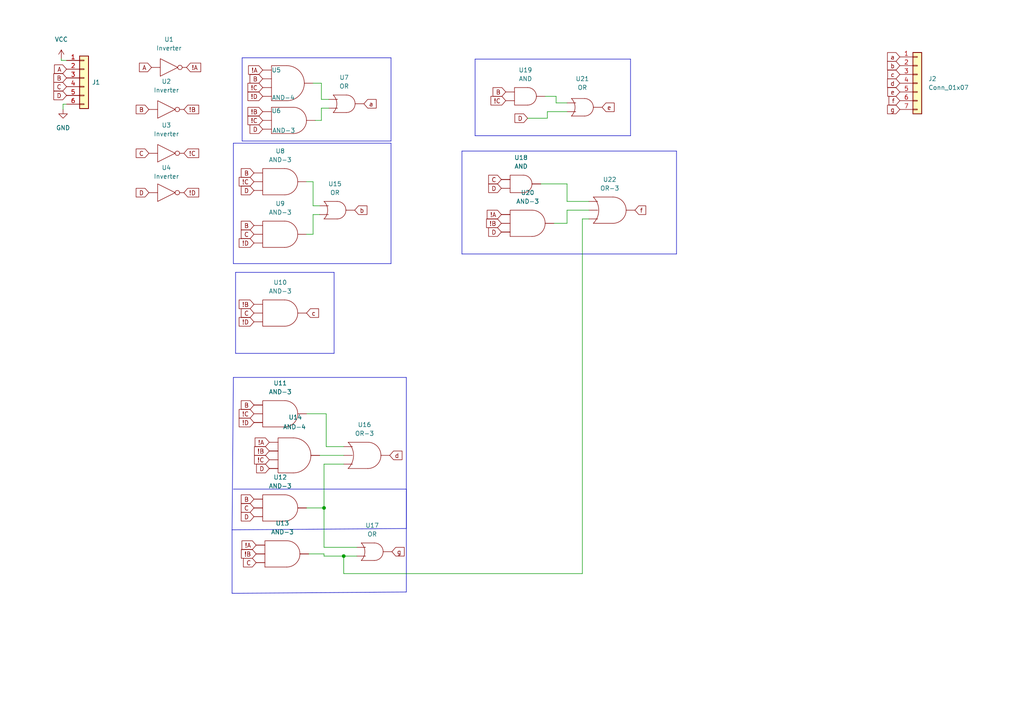
<source format=kicad_sch>
(kicad_sch (version 20230121) (generator eeschema)
  (paper "A4")
  (lib_symbols
    (symbol "AOI_Symbols:AND"
      (property "Reference" "U" (at 0 3.81 0))
      (property "Value" "AND" (at 0 -3.81 0))
      (symbol "AND_0_1"
        (polyline (pts (xy 1.27 -2.54) (xy -2.54 -2.54) (xy -2.54 2.54) (xy 1.27 2.54)))
        (arc (start 1.27 -2.54) (mid 3.0661 -1.7961) (end 3.81 0))
        (arc (start 3.81 0) (mid 3.0661 1.7961) (end 1.27 2.54))
      )
      (symbol "AND_1_1"
        (pin input line (at -5.08 -1.27 0) (length 2.54) (name "") (number ""))
        (pin input line (at -5.08 1.27 0) (length 2.54) (name "") (number ""))
        (pin output line (at 6.35 0 180) (length 2.54) (name "") (number ""))
      )
    )
    (symbol "AOI_Symbols:AND-3"
      (property "Reference" "U" (at 0 7.62 0))
      (property "Value" "AND-3" (at 0 -6.35 0))
      (symbol "AND-3_0_1"
        (polyline (pts (xy 1.905 -3.81) (xy -4.445 -3.81)))
        (polyline (pts (xy -4.445 -3.81) (xy -4.445 3.81) (xy 1.905 3.81)))
        (arc (start 1.905 -3.81) (mid 4.599 -2.6941) (end 5.715 0))
        (arc (start 5.715 0) (mid 4.5991 2.694) (end 1.905 3.81))
      )
      (symbol "AND-3_1_1"
        (pin input line (at -6.985 -2.54 0) (length 2.54) (name "") (number ""))
        (pin input line (at -6.985 0 0) (length 2.54) (name "") (number ""))
        (pin input line (at -6.985 2.54 0) (length 2.54) (name "") (number ""))
        (pin output line (at 8.255 0 180) (length 2.54) (name "") (number ""))
      )
    )
    (symbol "AOI_Symbols:AND-4"
      (property "Reference" "U" (at 0 -6.35 0))
      (property "Value" "AND-4" (at 1.27 6.35 0))
      (symbol "AND-4_0_1"
        (polyline (pts (xy 1.905 -5.08) (xy -2.54 -5.08) (xy -2.54 5.08) (xy 1.905 5.08)))
        (arc (start 1.905 -5.08) (mid 5.4968 -3.5918) (end 6.985 0))
        (arc (start 6.985 0) (mid 5.4967 3.5917) (end 1.905 5.08))
      )
      (symbol "AND-4_1_1"
        (pin input line (at -5.08 -3.81 0) (length 2.54) (name "") (number ""))
        (pin input line (at -5.08 -1.27 0) (length 2.54) (name "") (number ""))
        (pin input line (at -5.08 1.27 0) (length 2.54) (name "") (number ""))
        (pin input line (at -5.08 3.81 0) (length 2.54) (name "") (number ""))
        (pin output line (at 9.525 0 180) (length 2.54) (name "") (number ""))
      )
    )
    (symbol "AOI_Symbols:Inverter"
      (property "Reference" "U" (at 0 3.81 0))
      (property "Value" "Inverter" (at 0 -3.81 0))
      (symbol "Inverter_0_1"
        (polyline (pts (xy -2.54 -2.54) (xy -2.54 2.54) (xy 2.54 0) (xy -2.54 -2.54)))
      )
      (symbol "Inverter_1_1"
        (pin input line (at -5.08 0 0) (length 2.54) (name "") (number ""))
        (pin output inverted (at 5.08 0 180) (length 2.54) (name "") (number ""))
      )
    )
    (symbol "AOI_Symbols:OR"
      (property "Reference" "U" (at 0 3.81 0))
      (property "Value" "OR" (at 0 -3.81 0))
      (symbol "OR_0_1"
        (arc (start -2.54 -2.54) (mid -1.4879 0) (end -2.54 2.54))
        (polyline (pts (xy -2.54 -2.54) (xy 1.27 -2.54)))
        (polyline (pts (xy 1.27 2.54) (xy -2.54 2.54)))
        (arc (start 1.27 -2.54) (mid 3.0661 -1.7961) (end 3.81 0))
        (arc (start 3.81 0) (mid 3.0661 1.7961) (end 1.27 2.54))
      )
      (symbol "OR_1_1"
        (pin input line (at -3.81 -1.27 0) (length 2.54) (name "") (number ""))
        (pin input line (at -3.81 1.27 0) (length 2.54) (name "") (number ""))
        (pin output line (at 6.35 0 180) (length 2.54) (name "") (number ""))
      )
    )
    (symbol "AOI_Symbols:OR-3"
      (property "Reference" "U" (at 0 -5.08 0))
      (property "Value" "OR-3" (at 0 5.715 0))
      (symbol "OR-3_0_1"
        (arc (start -3.175 -3.81) (mid -1.5995 0) (end -3.175 3.81))
        (polyline (pts (xy 2.54 -3.81) (xy -3.175 -3.81)))
        (polyline (pts (xy 2.54 3.81) (xy -3.175 3.81)))
        (arc (start 2.54 -3.81) (mid 5.2325 -2.6925) (end 6.35 0))
        (arc (start 6.35 0) (mid 5.2324 2.6924) (end 2.54 3.81))
      )
      (symbol "OR-3_1_1"
        (pin input line (at -4.445 -2.54 0) (length 2.54) (name "") (number ""))
        (pin input line (at -4.445 0 0) (length 2.54) (name "") (number ""))
        (pin input line (at -4.445 2.54 0) (length 2.54) (name "") (number ""))
        (pin output line (at 8.89 0 180) (length 2.54) (name "") (number ""))
      )
    )
    (symbol "Connector_Generic:Conn_01x06" (pin_names (offset 1.016) hide)
      (property "Reference" "J" (at 0 7.62 0))
      (property "Value" "Conn_01x06" (at 0 -10.16 0))
      (symbol "Conn_01x06_1_1"
        (rectangle (start -1.27 -7.493) (end 0 -7.747) (stroke (width 0.1524)))
        (rectangle (start -1.27 -4.953) (end 0 -5.207) (stroke (width 0.1524)))
        (rectangle (start -1.27 -2.413) (end 0 -2.667) (stroke (width 0.1524)))
        (rectangle (start -1.27 0.127) (end 0 -0.127) (stroke (width 0.1524)))
        (rectangle (start -1.27 2.667) (end 0 2.413) (stroke (width 0.1524)))
        (rectangle (start -1.27 5.207) (end 0 4.953) (stroke (width 0.1524)))
        (rectangle (start -1.27 6.35) (end 1.27 -8.89) (stroke (width 0.254)) (fill (type background)))
        (pin passive line (at -5.08 5.08 0) (length 3.81) (name "Pin_1") (number "1"))
        (pin passive line (at -5.08 2.54 0) (length 3.81) (name "Pin_2") (number "2"))
        (pin passive line (at -5.08 0 0) (length 3.81) (name "Pin_3") (number "3"))
        (pin passive line (at -5.08 -2.54 0) (length 3.81) (name "Pin_4") (number "4"))
        (pin passive line (at -5.08 -5.08 0) (length 3.81) (name "Pin_5") (number "5"))
        (pin passive line (at -5.08 -7.62 0) (length 3.81) (name "Pin_6") (number "6"))
      )
    )
    (symbol "Connector_Generic:Conn_01x07" (pin_names (offset 1.016) hide)
      (property "Reference" "J" (at 0 10.16 0))
      (property "Value" "Conn_01x07" (at 0 -10.16 0))
      (symbol "Conn_01x07_1_1"
        (rectangle (start -1.27 -7.493) (end 0 -7.747) (stroke (width 0.1524)))
        (rectangle (start -1.27 -4.953) (end 0 -5.207) (stroke (width 0.1524)))
        (rectangle (start -1.27 -2.413) (end 0 -2.667) (stroke (width 0.1524)))
        (rectangle (start -1.27 0.127) (end 0 -0.127) (stroke (width 0.1524)))
        (rectangle (start -1.27 2.667) (end 0 2.413) (stroke (width 0.1524)))
        (rectangle (start -1.27 5.207) (end 0 4.953) (stroke (width 0.1524)))
        (rectangle (start -1.27 7.747) (end 0 7.493) (stroke (width 0.1524)))
        (rectangle (start -1.27 8.89) (end 1.27 -8.89) (stroke (width 0.254)) (fill (type background)))
        (pin passive line (at -5.08 7.62 0) (length 3.81) (name "Pin_1") (number "1"))
        (pin passive line (at -5.08 5.08 0) (length 3.81) (name "Pin_2") (number "2"))
        (pin passive line (at -5.08 2.54 0) (length 3.81) (name "Pin_3") (number "3"))
        (pin passive line (at -5.08 0 0) (length 3.81) (name "Pin_4") (number "4"))
        (pin passive line (at -5.08 -2.54 0) (length 3.81) (name "Pin_5") (number "5"))
        (pin passive line (at -5.08 -5.08 0) (length 3.81) (name "Pin_6") (number "6"))
        (pin passive line (at -5.08 -7.62 0) (length 3.81) (name "Pin_7") (number "7"))
      )
    )
    (symbol "power:GND" (power) (pin_names (offset 0))
      (property "Value" "GND" (at 0 -3.81 0))
      (symbol "GND_0_1"
        (polyline (pts (xy 0 0) (xy 0 -1.27) (xy 1.27 -1.27) (xy 0 -2.54) (xy -1.27 -1.27) (xy 0 -1.27)))
      )
      (symbol "GND_1_1"
        (pin power_in line (at 0 0 270) (length 0) hide (name "GND") (number "1"))
      )
    )
    (symbol "power:VCC" (power) (pin_names (offset 0))
      (property "Value" "VCC" (at 0 3.81 0))
      (symbol "VCC_0_1"
        (polyline (pts (xy -0.762 1.27) (xy 0 2.54)))
        (polyline (pts (xy 0 0) (xy 0 2.54)))
        (polyline (pts (xy 0 2.54) (xy 0.762 1.27)))
      )
      (symbol "VCC_1_1"
        (pin power_in line (at 0 0 90) (length 0) hide (name "VCC") (number "1"))
      )
    )
  )
  (junction (at 99.695 161.29))
  (junction (at -46.99 -15.24))
  (junction (at 166.37 -18.415))
  (junction (at 93.98 147.32))
  (polyline (pts (xy 96.901 102.489) (xy 68.326 102.489)))
  (wire (pts (xy -117.983 -102.616) (xy -120.142 -102.616)))
  (polyline (pts (xy 68.326 78.994) (xy 96.901 78.994)))
  (polyline (pts (xy 96.901 78.994) (xy 96.901 102.489)))
  (wire (pts (xy -46.99 -29.21) (xy -46.99 -17.78)))
  (wire (pts (xy 92.71 59.69) (xy 90.805 59.69)))
  (wire (pts (xy -46.99 -15.24) (xy -51.435 -15.24)))
  (wire (pts (xy 166.37 -42.545) (xy 166.37 -18.415)))
  (polyline (pts (xy 67.691 76.454) (xy 67.691 41.529)))
  (polyline (pts (xy 70.231 40.894) (xy 113.411 40.894)))
  (polyline (pts (xy 67.691 109.474) (xy 67.31 153.67)))
  (wire (pts (xy 168.91 166.37) (xy 99.695 166.37)))
  (wire (pts (xy 158.75 32.385) (xy 158.75 34.29)))
  (wire (pts (xy 156.845 -5.08) (xy 166.37 -5.08)))
  (wire (pts (xy 161.925 -41.275) (xy 158.115 -41.275)))
  (wire (pts (xy 99.695 166.37) (xy 99.695 161.29)))
  (polyline (pts (xy 196.215 73.66) (xy 133.985 73.66)))
  (wire (pts (xy 19.304 17.526) (xy 17.78 17.526)))
  (polyline (pts (xy 68.326 78.994) (xy 68.326 102.489)))
  (wire (pts (xy 164.465 60.96) (xy 164.465 64.77)))
  (wire (pts (xy 93.218 31.369) (xy 93.218 34.925)))
  (polyline (pts (xy 196.215 43.815) (xy 196.215 73.66)))
  (wire (pts (xy 164.465 53.34) (xy 164.465 58.42)))
  (wire (pts (xy 164.465 64.77) (xy 160.655 64.77)))
  (wire (pts (xy 7.62 -8.255) (xy -46.99 -8.255)))
  (polyline (pts (xy 67.691 141.859) (xy 117.856 141.859)))
  (wire (pts (xy 168.91 63.5) (xy 168.91 166.37)))
  (wire (pts (xy 3.175 -41.275) (xy -0.635 -41.275)))
  (wire (pts (xy 3.175 -52.705) (xy 3.175 -47.625)))
  (wire (pts (xy 93.218 24.13) (xy 93.218 28.829)))
  (wire (pts (xy -46.99 -17.78) (xy -37.465 -17.78)))
  (wire (pts (xy 161.925 -47.625) (xy 168.275 -47.625)))
  (wire (pts (xy 166.37 -15.875) (xy 170.815 -15.875)))
  (wire (pts (xy 88.9 147.32) (xy 93.98 147.32)))
  (wire (pts (xy 158.75 34.29) (xy 153.035 34.29)))
  (polyline (pts (xy 67.31 153.67) (xy 117.856 153.289)))
  (wire (pts (xy 170.815 63.5) (xy 168.91 63.5)))
  (wire (pts (xy -120.142 -102.616) (xy -120.142 -99.06)))
  (wire (pts (xy -4.445 -52.705) (xy 3.175 -52.705)))
  (polyline (pts (xy 67.691 41.529) (xy 68.326 41.529)))
  (polyline (pts (xy 137.795 17.145) (xy 137.795 39.37)))
  (wire (pts (xy 93.218 34.925) (xy 91.44 34.925)))
  (polyline (pts (xy 113.411 16.764) (xy 113.411 40.894)))
  (wire (pts (xy 9.525 -45.085) (xy 3.175 -45.085)))
  (wire (pts (xy 90.805 67.945) (xy 88.9 67.945)))
  (wire (pts (xy 158.115 27.94) (xy 161.29 27.94)))
  (wire (pts (xy 90.805 24.13) (xy 93.218 24.13)))
  (wire (pts (xy 9.525 -42.545) (xy 7.62 -42.545)))
  (wire (pts (xy -120.142 -99.06) (xy -121.92 -99.06)))
  (wire (pts (xy 168.275 -45.085) (xy 161.925 -45.085)))
  (wire (pts (xy -52.07 -29.21) (xy -46.99 -29.21)))
  (polyline (pts (xy 67.691 109.474) (xy 117.856 109.474)))
  (polyline (pts (xy 68.326 41.529) (xy 113.411 41.529)))
  (wire (pts (xy 156.845 53.34) (xy 164.465 53.34)))
  (wire (pts (xy 170.815 60.96) (xy 164.465 60.96)))
  (wire (pts (xy -122.555 -109.855) (xy -120.142 -109.855)))
  (wire (pts (xy 93.98 161.29) (xy 93.98 160.655)))
  (wire (pts (xy 90.805 62.23) (xy 90.805 67.945)))
  (wire (pts (xy 166.37 -5.08) (xy 166.37 -15.875)))
  (polyline (pts (xy 67.31 172.085) (xy 67.31 153.67)))
  (wire (pts (xy 95.377 31.369) (xy 93.218 31.369)))
  (wire (pts (xy 90.805 52.705) (xy 88.9 52.705)))
  (wire (pts (xy 94.615 129.54) (xy 99.695 129.54)))
  (wire (pts (xy 3.175 -47.625) (xy 9.525 -47.625)))
  (wire (pts (xy -120.142 -105.156) (xy -117.983 -105.156)))
  (polyline (pts (xy 117.856 171.704) (xy 67.31 172.085)))
  (wire (pts (xy 17.78 17.526) (xy 17.78 17.018)))
  (wire (pts (xy 93.98 147.32) (xy 93.98 158.75)))
  (polyline (pts (xy 113.411 41.529) (xy 113.411 76.454)))
  (wire (pts (xy 99.695 161.29) (xy 93.98 161.29)))
  (polyline (pts (xy 182.88 39.37) (xy 182.88 17.145)))
  (wire (pts (xy 164.465 58.42) (xy 170.815 58.42)))
  (wire (pts (xy 92.71 132.08) (xy 99.695 132.08)))
  (wire (pts (xy 161.29 29.845) (xy 164.465 29.845)))
  (wire (pts (xy 93.98 160.655) (xy 89.535 160.655)))
  (wire (pts (xy 93.98 147.32) (xy 93.98 134.62)))
  (wire (pts (xy -46.99 -8.255) (xy -46.99 -15.24)))
  (polyline (pts (xy 70.231 40.894) (xy 70.231 16.764)))
  (wire (pts (xy 93.98 134.62) (xy 99.695 134.62)))
  (wire (pts (xy 90.805 59.69) (xy 90.805 52.705)))
  (wire (pts (xy -46.99 -15.24) (xy -37.465 -15.24)))
  (wire (pts (xy 103.505 161.29) (xy 99.695 161.29)))
  (polyline (pts (xy 137.795 17.145) (xy 182.88 17.145)))
  (wire (pts (xy 92.71 62.23) (xy 90.805 62.23)))
  (wire (pts (xy 94.615 120.015) (xy 94.615 129.54)))
  (wire (pts (xy 7.62 -42.545) (xy 7.62 -8.255)))
  (wire (pts (xy 93.98 158.75) (xy 103.505 158.75)))
  (wire (pts (xy 161.925 -52.705) (xy 161.925 -47.625)))
  (wire (pts (xy 161.29 27.94) (xy 161.29 29.845)))
  (wire (pts (xy 18.288 30.226) (xy 19.304 30.226)))
  (polyline (pts (xy 70.231 16.764) (xy 113.411 16.764)))
  (polyline (pts (xy 117.856 153.289) (xy 117.856 109.474)))
  (wire (pts (xy 168.275 -42.545) (xy 166.37 -42.545)))
  (polyline (pts (xy 133.985 43.815) (xy 196.215 43.815)))
  (wire (pts (xy 164.465 32.385) (xy 158.75 32.385)))
  (polyline (pts (xy 113.411 76.454) (xy 67.691 76.454)))
  (wire (pts (xy 93.218 28.829) (xy 95.377 28.829)))
  (wire (pts (xy 166.37 -18.415) (xy 170.815 -18.415)))
  (wire (pts (xy 3.175 -45.085) (xy 3.175 -41.275)))
  (wire (pts (xy 88.9 120.015) (xy 94.615 120.015)))
  (wire (pts (xy 156.845 -18.415) (xy 166.37 -18.415)))
  (polyline (pts (xy 137.795 39.37) (xy 182.88 39.37)))
  (wire (pts (xy 161.925 -45.085) (xy 161.925 -41.275)))
  (wire (pts (xy -120.142 -109.855) (xy -120.142 -105.156)))
  (polyline (pts (xy 117.856 141.859) (xy 117.856 171.704)))
  (wire (pts (xy 154.305 -52.705) (xy 161.925 -52.705)))
  (polyline (pts (xy 133.985 43.815) (xy 133.985 73.66)))
  (wire (pts (xy 18.288 31.75) (xy 18.288 30.226)))
  (rectangle (start -145.415 -121.285) (end -100.965 -92.075) (fill (type color)))
  (rectangle (start -147.32 -66.04) (end -113.665 -48.26) (fill (type color)))
  (text "NEW_A" (at -133.35 -118.745 0) (effects (font (size 1.27 1.27)) (justify left bottom)))
  (text "NEW_C" (at -133.985 -61.595 0) (effects (font (size 1.27 1.27)) (justify left bottom)))
  (global_label "!B" (shape input) (at 142.875 -41.275 180) (property "Intersheetrefs" "${INTERSHEET_REFS}" (effects hide)))
  (global_label "B" (shape input) (at 146.685 26.67 180) (property "Intersheetrefs" "${INTERSHEET_REFS}" (effects hide)))
  (global_label "D" (shape input) (at 76.2 37.465 180) (property "Intersheetrefs" "${INTERSHEET_REFS}" (effects hide)))
  (global_label "c" (shape input) (at 88.9 90.805 0) (property "Intersheetrefs" "${INTERSHEET_REFS}" (effects hide)))
  (global_label "B" (shape input) (at 76.2 22.86 180) (property "Intersheetrefs" "${INTERSHEET_REFS}" (effects hide)))
  (global_label "B" (shape input) (at 19.304 22.606 180) (property "Intersheetrefs" "${INTERSHEET_REFS}" (effects hide)))
  (global_label "!C" (shape input) (at -66.675 -12.7 180) (property "Intersheetrefs" "${INTERSHEET_REFS}" (effects hide)))
  (global_label "!A" (shape input) (at -66.675 -17.78 180) (property "Intersheetrefs" "${INTERSHEET_REFS}" (effects hide)))
  (global_label "!D" (shape input) (at 73.66 70.485 180) (property "Intersheetrefs" "${INTERSHEET_REFS}" (effects hide)))
  (global_label "B" (shape input) (at -67.31 -31.75 180) (property "Intersheetrefs" "${INTERSHEET_REFS}" (effects hide)))
  (global_label "g" (shape input) (at 260.985 31.75 180) (property "Intersheetrefs" "${INTERSHEET_REFS}" (effects hide)))
  (global_label "!B" (shape input) (at -15.875 -41.275 180) (property "Intersheetrefs" "${INTERSHEET_REFS}" (effects hide)))
  (global_label "!C" (shape input) (at -137.16 -108.585 180) (property "Intersheetrefs" "${INTERSHEET_REFS}" (effects hide)))
  (global_label "!B" (shape input) (at 78.105 130.81 180) (property "Intersheetrefs" "${INTERSHEET_REFS}" (effects hide)))
  (global_label "C" (shape input) (at -67.31 -29.21 180) (property "Intersheetrefs" "${INTERSHEET_REFS}" (effects hide)))
  (global_label "!D" (shape input) (at 53.34 55.88 0) (property "Intersheetrefs" "${INTERSHEET_REFS}" (effects hide)))
  (global_label "D" (shape input) (at 19.304 27.686 180) (property "Intersheetrefs" "${INTERSHEET_REFS}" (effects hide)))
  (global_label "d" (shape input) (at 113.03 132.08 0) (property "Intersheetrefs" "${INTERSHEET_REFS}" (effects hide)))
  (global_label "C" (shape input) (at 141.605 -15.875 180) (property "Intersheetrefs" "${INTERSHEET_REFS}" (effects hide)))
  (global_label "!A" (shape input) (at 142.875 -43.815 180) (property "Intersheetrefs" "${INTERSHEET_REFS}" (effects hide)))
  (global_label "!A" (shape input) (at 74.295 158.115 180) (property "Intersheetrefs" "${INTERSHEET_REFS}" (effects hide)))
  (global_label "C" (shape input) (at 73.66 147.32 180) (property "Intersheetrefs" "${INTERSHEET_REFS}" (effects hide)))
  (global_label "C" (shape input) (at -15.875 -53.975 180) (property "Intersheetrefs" "${INTERSHEET_REFS}" (effects hide)))
  (global_label "!B" (shape input) (at 145.415 64.77 180) (property "Intersheetrefs" "${INTERSHEET_REFS}" (effects hide)))
  (global_label "D" (shape input) (at 73.66 55.245 180) (property "Intersheetrefs" "${INTERSHEET_REFS}" (effects hide)))
  (global_label "D" (shape input) (at -67.31 -26.67 180) (property "Intersheetrefs" "${INTERSHEET_REFS}" (effects hide)))
  (global_label "!C" (shape input) (at 78.105 133.35 180) (property "Intersheetrefs" "${INTERSHEET_REFS}" (effects hide)))
  (global_label "!A" (shape input) (at 78.105 128.27 180) (property "Intersheetrefs" "${INTERSHEET_REFS}" (effects hide)))
  (global_label "f" (shape input) (at 260.985 29.21 180) (property "Intersheetrefs" "${INTERSHEET_REFS}" (effects hide)))
  (global_label "B" (shape input) (at 141.605 -7.62 180) (property "Intersheetrefs" "${INTERSHEET_REFS}" (effects hide)))
  (global_label "!C" (shape input) (at 73.66 120.015 180) (property "Intersheetrefs" "${INTERSHEET_REFS}" (effects hide)))
  (global_label "C" (shape input) (at 142.875 -53.975 180) (property "Intersheetrefs" "${INTERSHEET_REFS}" (effects hide)))
  (global_label "c" (shape input) (at -121.92 -56.515 0) (property "Intersheetrefs" "${INTERSHEET_REFS}" (effects hide)))
  (global_label "!A" (shape input) (at 141.605 -20.955 180) (property "Intersheetrefs" "${INTERSHEET_REFS}" (effects hide)))
  (global_label "C" (shape input) (at 141.605 -5.08 180) (property "Intersheetrefs" "${INTERSHEET_REFS}" (effects hide)))
  (global_label "!D" (shape input) (at 73.66 122.555 180) (property "Intersheetrefs" "${INTERSHEET_REFS}" (effects hide)))
  (global_label "e" (shape input) (at 260.985 26.67 180) (property "Intersheetrefs" "${INTERSHEET_REFS}" (effects hide)))
  (global_label "!C" (shape input) (at 76.2 34.925 180) (property "Intersheetrefs" "${INTERSHEET_REFS}" (effects hide)))
  (global_label "B" (shape input) (at 73.66 117.475 180) (property "Intersheetrefs" "${INTERSHEET_REFS}" (effects hide)))
  (global_label "f" (shape input) (at 181.61 -45.085 0) (property "Intersheetrefs" "${INTERSHEET_REFS}" (effects hide)))
  (global_label "C" (shape input) (at 73.66 90.805 180) (property "Intersheetrefs" "${INTERSHEET_REFS}" (effects hide)))
  (global_label "!D" (shape input) (at 73.66 93.345 180) (property "Intersheetrefs" "${INTERSHEET_REFS}" (effects hide)))
  (global_label "D" (shape input) (at 78.105 135.89 180) (property "Intersheetrefs" "${INTERSHEET_REFS}" (effects hide)))
  (global_label "B" (shape input) (at -137.16 -101.6 180) (property "Intersheetrefs" "${INTERSHEET_REFS}" (effects hide)))
  (global_label "!B" (shape input) (at 141.605 -18.415 180) (property "Intersheetrefs" "${INTERSHEET_REFS}" (effects hide)))
  (global_label "D" (shape input) (at -15.875 -38.735 180) (property "Intersheetrefs" "${INTERSHEET_REFS}" (effects hide)))
  (global_label "D" (shape input) (at -15.875 -51.435 180) (property "Intersheetrefs" "${INTERSHEET_REFS}" (effects hide)))
  (global_label "C" (shape input) (at 74.295 163.195 180) (property "Intersheetrefs" "${INTERSHEET_REFS}" (effects hide)))
  (global_label "g" (shape input) (at -27.305 -16.51 0) (property "Intersheetrefs" "${INTERSHEET_REFS}" (effects hide)))
  (global_label "c" (shape input) (at 260.985 21.59 180) (property "Intersheetrefs" "${INTERSHEET_REFS}" (effects hide)))
  (global_label "D" (shape input) (at 141.605 -2.54 180) (property "Intersheetrefs" "${INTERSHEET_REFS}" (effects hide)))
  (global_label "D" (shape input) (at 153.035 34.29 180) (property "Intersheetrefs" "${INTERSHEET_REFS}" (effects hide)))
  (global_label "!A" (shape input) (at 54.102 19.558 0) (property "Intersheetrefs" "${INTERSHEET_REFS}" (effects hide)))
  (global_label "g" (shape input) (at 113.665 160.02 0) (property "Intersheetrefs" "${INTERSHEET_REFS}" (effects hide)))
  (global_label "!D" (shape input) (at 76.2 27.94 180) (property "Intersheetrefs" "${INTERSHEET_REFS}" (effects hide)))
  (global_label "!B" (shape input) (at 76.2 32.385 180) (property "Intersheetrefs" "${INTERSHEET_REFS}" (effects hide)))
  (global_label "!C" (shape input) (at 146.685 29.21 180) (property "Intersheetrefs" "${INTERSHEET_REFS}" (effects hide)))
  (global_label "A" (shape input) (at 43.942 19.558 180) (property "Intersheetrefs" "${INTERSHEET_REFS}" (effects hide)))
  (global_label "!D" (shape input) (at -137.16 -96.52 180) (property "Intersheetrefs" "${INTERSHEET_REFS}" (effects hide)))
  (global_label "b" (shape input) (at 102.87 60.96 0) (property "Intersheetrefs" "${INTERSHEET_REFS}" (effects hide)))
  (global_label "B" (shape input) (at 73.66 144.78 180) (property "Intersheetrefs" "${INTERSHEET_REFS}" (effects hide)))
  (global_label "e" (shape input) (at 174.625 31.115 0) (property "Intersheetrefs" "${INTERSHEET_REFS}" (effects hide)))
  (global_label "b" (shape input) (at 260.985 19.05 180) (property "Intersheetrefs" "${INTERSHEET_REFS}" (effects hide)))
  (global_label "!B" (shape input) (at -137.16 -111.125 180) (property "Intersheetrefs" "${INTERSHEET_REFS}" (effects hide)))
  (global_label "!B" (shape input) (at -137.16 -59.055 180) (property "Intersheetrefs" "${INTERSHEET_REFS}" (effects hide)))
  (global_label "a" (shape input) (at 105.537 30.099 0) (property "Intersheetrefs" "${INTERSHEET_REFS}" (effects hide)))
  (global_label "!C" (shape input) (at 73.66 52.705 180) (property "Intersheetrefs" "${INTERSHEET_REFS}" (effects hide)))
  (global_label "C" (shape input) (at 145.415 52.07 180) (property "Intersheetrefs" "${INTERSHEET_REFS}" (effects hide)))
  (global_label "!B" (shape input) (at -66.675 -15.24 180) (property "Intersheetrefs" "${INTERSHEET_REFS}" (effects hide)))
  (global_label "g" (shape input) (at 180.975 -17.145 0) (property "Intersheetrefs" "${INTERSHEET_REFS}" (effects hide)))
  (global_label "!A" (shape input) (at -137.16 -113.665 180) (property "Intersheetrefs" "${INTERSHEET_REFS}" (effects hide)))
  (global_label "!B" (shape input) (at 73.66 88.265 180) (property "Intersheetrefs" "${INTERSHEET_REFS}" (effects hide)))
  (global_label "C" (shape input) (at -137.16 -56.515 180) (property "Intersheetrefs" "${INTERSHEET_REFS}" (effects hide)))
  (global_label "D" (shape input) (at 142.875 -38.735 180) (property "Intersheetrefs" "${INTERSHEET_REFS}" (effects hide)))
  (global_label "C" (shape input) (at 73.66 67.945 180) (property "Intersheetrefs" "${INTERSHEET_REFS}" (effects hide)))
  (global_label "B" (shape input) (at 73.66 50.165 180) (property "Intersheetrefs" "${INTERSHEET_REFS}" (effects hide)))
  (global_label "C" (shape input) (at 19.304 25.146 180) (property "Intersheetrefs" "${INTERSHEET_REFS}" (effects hide)))
  (global_label "d" (shape input) (at 260.985 24.13 180) (property "Intersheetrefs" "${INTERSHEET_REFS}" (effects hide)))
  (global_label "D" (shape input) (at 43.18 55.88 180) (property "Intersheetrefs" "${INTERSHEET_REFS}" (effects hide)))
  (global_label "!D" (shape input) (at -137.16 -53.975 180) (property "Intersheetrefs" "${INTERSHEET_REFS}" (effects hide)))
  (global_label "A" (shape input) (at 19.304 20.066 180) (property "Intersheetrefs" "${INTERSHEET_REFS}" (effects hide)))
  (global_label "f" (shape input) (at 22.86 -45.085 0) (property "Intersheetrefs" "${INTERSHEET_REFS}" (effects hide)))
  (global_label "!C" (shape input) (at 76.2 25.4 180) (property "Intersheetrefs" "${INTERSHEET_REFS}" (effects hide)))
  (global_label "!C" (shape input) (at -137.16 -99.06 180) (property "Intersheetrefs" "${INTERSHEET_REFS}" (effects hide)))
  (global_label "a" (shape input) (at -107.823 -103.886 0) (property "Intersheetrefs" "${INTERSHEET_REFS}" (effects hide)))
  (global_label "!C" (shape input) (at 53.34 44.45 0) (property "Intersheetrefs" "${INTERSHEET_REFS}" (effects hide)))
  (global_label "!A" (shape input) (at -15.875 -43.815 180) (property "Intersheetrefs" "${INTERSHEET_REFS}" (effects hide)))
  (global_label "B" (shape input) (at 73.66 65.405 180) (property "Intersheetrefs" "${INTERSHEET_REFS}" (effects hide)))
  (global_label "!A" (shape input) (at 145.415 62.23 180) (property "Intersheetrefs" "${INTERSHEET_REFS}" (effects hide)))
  (global_label "D" (shape input) (at -137.16 -106.045 180) (property "Intersheetrefs" "${INTERSHEET_REFS}" (effects hide)))
  (global_label "!B" (shape input) (at 74.295 160.655 180) (property "Intersheetrefs" "${INTERSHEET_REFS}" (effects hide)))
  (global_label "f" (shape input) (at 184.15 60.96 0) (property "Intersheetrefs" "${INTERSHEET_REFS}" (effects hide)))
  (global_label "B" (shape input) (at 43.18 31.75 180) (property "Intersheetrefs" "${INTERSHEET_REFS}" (effects hide)))
  (global_label "a" (shape input) (at 260.985 16.51 180) (property "Intersheetrefs" "${INTERSHEET_REFS}" (effects hide)))
  (global_label "D" (shape input) (at 142.875 -51.435 180) (property "Intersheetrefs" "${INTERSHEET_REFS}" (effects hide)))
  (global_label "!B" (shape input) (at 53.34 31.75 0) (property "Intersheetrefs" "${INTERSHEET_REFS}" (effects hide)))
  (global_label "C" (shape input) (at 43.18 44.45 180) (property "Intersheetrefs" "${INTERSHEET_REFS}" (effects hide)))
  (global_label "D" (shape input) (at 145.415 67.31 180) (property "Intersheetrefs" "${INTERSHEET_REFS}" (effects hide)))
  (global_label "D" (shape input) (at 145.415 54.61 180) (property "Intersheetrefs" "${INTERSHEET_REFS}" (effects hide)))
  (global_label "D" (shape input) (at 73.66 149.86 180) (property "Intersheetrefs" "${INTERSHEET_REFS}" (effects hide)))
  (global_label "!A" (shape input) (at 76.2 20.32 180) (property "Intersheetrefs" "${INTERSHEET_REFS}" (effects hide)))
  (symbol (lib_id "AOI_Symbols:AND-3") (at -60.325 -29.21 0) (unit 1)
    (property "Reference" "U26" (at -59.69 -38.1 0))
    (property "Value" "AND-3" (at -59.69 -35.56 0))
  )
  (symbol (lib_id "AOI_Symbols:OR") (at 96.52 60.96 0) (unit 1)
    (property "Reference" "U15" (at 97.155 53.34 0))
    (property "Value" "OR" (at 97.155 55.88 0))
  )
  (symbol (lib_id "AOI_Symbols:AND-3") (at 80.645 120.015 0) (unit 1)
    (property "Reference" "U11" (at 81.28 111.125 0))
    (property "Value" "AND-3" (at 81.28 113.665 0))
  )
  (symbol (lib_id "Connector_Generic:Conn_01x07") (at 266.065 24.13 0) (unit 1)
    (property "Reference" "J2" (at 269.24 22.8599 0) (effects (justify left)))
    (property "Value" "Conn_01x07" (at 269.24 25.3999 0) (effects (justify left)))
    (property "Footprint" "Connector_PinHeader_2.54mm:PinHeader_1x07_P2.54mm_Vertical" (effects hide))
  )
  (symbol (lib_id "AOI_Symbols:AND-3") (at 148.59 -5.08 0) (unit 1)
    (property "Reference" "U38" (at 146.685 -7.62 0))
    (property "Value" "AND-3" (at 147.955 -2.54 0))
  )
  (symbol (lib_id "AOI_Symbols:OR-3") (at 172.72 -45.085 0) (unit 1)
    (property "Reference" "U35" (at 174.3075 -53.975 0))
    (property "Value" "OR-3" (at 174.3075 -51.435 0))
  )
  (symbol (lib_id "AOI_Symbols:AND-3") (at 80.645 147.32 0) (unit 1)
    (property "Reference" "U12" (at 81.28 138.43 0))
    (property "Value" "AND-3" (at 81.28 140.97 0))
  )
  (symbol (lib_id "AOI_Symbols:OR-3") (at 13.97 -45.085 0) (unit 1)
    (property "Reference" "U31" (at 15.5575 -53.975 0))
    (property "Value" "OR-3" (at 15.5575 -51.435 0))
  )
  (symbol (lib_id "AOI_Symbols:OR") (at -114.173 -103.886 0) (unit 1)
    (property "Reference" "U25" (at -113.538 -111.506 0))
    (property "Value" "OR" (at -113.538 -108.966 0))
  )
  (symbol (lib_id "AOI_Symbols:OR") (at 107.315 160.02 0) (unit 1)
    (property "Reference" "U17" (at 107.95 152.4 0))
    (property "Value" "OR" (at 107.95 154.94 0))
  )
  (symbol (lib_id "AOI_Symbols:AND") (at 151.765 27.94 0) (unit 1)
    (property "Reference" "U19" (at 152.4 20.32 0))
    (property "Value" "AND" (at 152.4 22.86 0))
  )
  (symbol (lib_id "AOI_Symbols:AND-3") (at -8.89 -41.275 0) (unit 1)
    (property "Reference" "U30" (at -8.255 -50.165 0))
    (property "Value" "AND-3" (at -8.255 -47.625 0))
  )
  (symbol (lib_id "AOI_Symbols:AND-3") (at 80.645 90.805 0) (unit 1)
    (property "Reference" "U10" (at 81.28 81.915 0))
    (property "Value" "AND-3" (at 81.28 84.455 0))
  )
  (symbol (lib_id "AOI_Symbols:AND-4") (at 83.185 132.08 0) (unit 1)
    (property "Reference" "U14" (at 85.6615 121.031 0))
    (property "Value" "AND-4" (at 85.4075 123.825 0))
  )
  (symbol (lib_id "AOI_Symbols:AND") (at 147.955 -52.705 0) (unit 1)
    (property "Reference" "U33" (at 148.59 -60.325 0))
    (property "Value" "AND" (at 148.59 -57.785 0))
  )
  (symbol (lib_id "AOI_Symbols:Inverter") (at 49.022 19.558 0) (unit 1)
    (property "Reference" "U1" (at 49.022 11.43 0))
    (property "Value" "Inverter" (at 49.022 13.97 0))
  )
  (symbol (lib_id "AOI_Symbols:Inverter") (at 48.26 55.88 0) (unit 1)
    (property "Reference" "U4" (at 48.26 48.641 0))
    (property "Value" "Inverter" (at 48.26 51.181 0))
  )
  (symbol (lib_id "AOI_Symbols:AND-3") (at -130.175 -99.06 0) (unit 1)
    (property "Reference" "U24" (at -133.223 -101.854 0))
    (property "Value" "AND-3" (at -131.064 -96.139 0))
  )
  (symbol (lib_id "AOI_Symbols:AND-3") (at 149.86 -41.275 0) (unit 1)
    (property "Reference" "U34" (at 150.495 -50.165 0))
    (property "Value" "AND-3" (at 150.495 -47.625 0))
  )
  (symbol (lib_id "AOI_Symbols:AND-3") (at 80.645 67.945 0) (unit 1)
    (property "Reference" "U9" (at 81.28 59.055 0))
    (property "Value" "AND-3" (at 81.28 61.595 0))
  )
  (symbol (lib_id "AOI_Symbols:Inverter") (at 48.26 31.75 0) (unit 1)
    (property "Reference" "U2" (at 48.26 23.622 0))
    (property "Value" "Inverter" (at 48.26 26.162 0))
  )
  (symbol (lib_id "AOI_Symbols:AND-3") (at 80.645 52.705 0) (unit 1)
    (property "Reference" "U8" (at 81.28 43.815 0))
    (property "Value" "AND-3" (at 81.28 46.355 0))
  )
  (symbol (lib_id "AOI_Symbols:OR") (at 168.275 31.115 0) (unit 1)
    (property "Reference" "U21" (at 168.91 22.86 0))
    (property "Value" "OR" (at 168.91 25.4 0))
  )
  (symbol (lib_id "power:GND") (at 18.288 31.75 0) (unit 1)
    (property "Reference" "#PWR0102" (effects hide))
    (property "Value" "GND" (at 18.288 37.084 0))
  )
  (symbol (lib_id "AOI_Symbols:OR") (at 99.187 30.099 0) (unit 1)
    (property "Reference" "U7" (at 99.822 22.479 0))
    (property "Value" "OR" (at 99.822 25.019 0))
  )
  (symbol (lib_id "AOI_Symbols:AND") (at 150.495 53.34 0) (unit 1)
    (property "Reference" "U18" (at 151.13 45.72 0))
    (property "Value" "AND" (at 151.13 48.26 0))
  )
  (symbol (lib_id "AOI_Symbols:AND-3") (at -130.175 -56.515 0) (unit 1)
    (property "Reference" "U32" (at -132.08 -59.055 0))
    (property "Value" "AND-3" (at -130.81 -53.975 0))
  )
  (symbol (lib_id "Connector_Generic:Conn_01x06") (at 24.384 22.606 0) (unit 1)
    (property "Reference" "J1" (at 26.67 23.8759 0) (effects (justify left)))
    (property "Value" "Conn_01x06" (effects hide))
    (property "Footprint" "Connector_PinHeader_2.54mm:PinHeader_1x06_P2.54mm_Vertical" (effects hide))
  )
  (symbol (lib_id "AOI_Symbols:AND-3") (at 152.4 64.77 0) (unit 1)
    (property "Reference" "U20" (at 153.035 55.88 0))
    (property "Value" "AND-3" (at 153.035 58.42 0))
  )
  (symbol (lib_id "AOI_Symbols:AND-3") (at 148.59 -18.415 0) (unit 1)
    (property "Reference" "U36" (at 146.685 -20.955 0))
    (property "Value" "AND-3" (at 147.955 -15.875 0))
  )
  (symbol (lib_id "AOI_Symbols:AND-3") (at 83.185 34.925 0) (unit 1)
    (property "Reference" "U6" (at 80.137 32.131 0))
    (property "Value" "AND-3" (at 82.296 37.846 0))
  )
  (symbol (lib_id "AOI_Symbols:OR-3") (at 104.14 132.08 0) (unit 1)
    (property "Reference" "U16" (at 105.7275 123.19 0))
    (property "Value" "OR-3" (at 105.7275 125.73 0))
  )
  (symbol (lib_id "AOI_Symbols:OR") (at 174.625 -17.145 0) (unit 1)
    (property "Reference" "U37" (at 175.26 -15.875 0))
    (property "Value" "OR" (at 174.625 -18.415 0))
  )
  (symbol (lib_id "AOI_Symbols:OR") (at -33.655 -16.51 0) (unit 1)
    (property "Reference" "U28" (at -33.02 -24.13 0))
    (property "Value" "OR" (at -33.02 -21.59 0))
  )
  (symbol (lib_id "AOI_Symbols:OR-3") (at 175.26 60.96 0) (unit 1)
    (property "Reference" "U22" (at 176.8475 52.07 0))
    (property "Value" "OR-3" (at 176.8475 54.61 0))
  )
  (symbol (lib_id "AOI_Symbols:AND-3") (at 81.28 160.655 0) (unit 1)
    (property "Reference" "U13" (at 81.915 151.765 0))
    (property "Value" "AND-3" (at 81.915 154.305 0))
  )
  (symbol (lib_id "AOI_Symbols:Inverter") (at 48.26 44.45 0) (unit 1)
    (property "Reference" "U3" (at 48.26 36.322 0))
    (property "Value" "Inverter" (at 48.26 38.862 0))
  )
  (symbol (lib_id "AOI_Symbols:AND-4") (at -132.08 -109.855 0) (unit 1)
    (property "Reference" "U23" (at -133.223 -113.665 0))
    (property "Value" "AND-4" (at -131.191 -105.664 0))
  )
  (symbol (lib_id "AOI_Symbols:AND") (at -10.795 -52.705 0) (unit 1)
    (property "Reference" "U29" (at -10.16 -60.325 0))
    (property "Value" "AND" (at -10.16 -57.785 0))
  )
  (symbol (lib_id "power:VCC") (at 17.78 17.018 0) (unit 1)
    (property "Reference" "#PWR0101" (effects hide))
    (property "Value" "VCC" (at 17.78 11.43 0))
  )
  (symbol (lib_id "AOI_Symbols:AND-4") (at 81.28 24.13 0) (unit 1)
    (property "Reference" "U5" (at 80.137 20.32 0))
    (property "Value" "AND-4" (at 82.169 28.321 0))
  )
  (symbol (lib_id "AOI_Symbols:AND-3") (at -59.69 -15.24 0) (unit 1)
    (property "Reference" "U27" (at -59.055 -24.13 0))
    (property "Value" "AND-3" (at -59.055 -21.59 0))
  )
)
</source>
